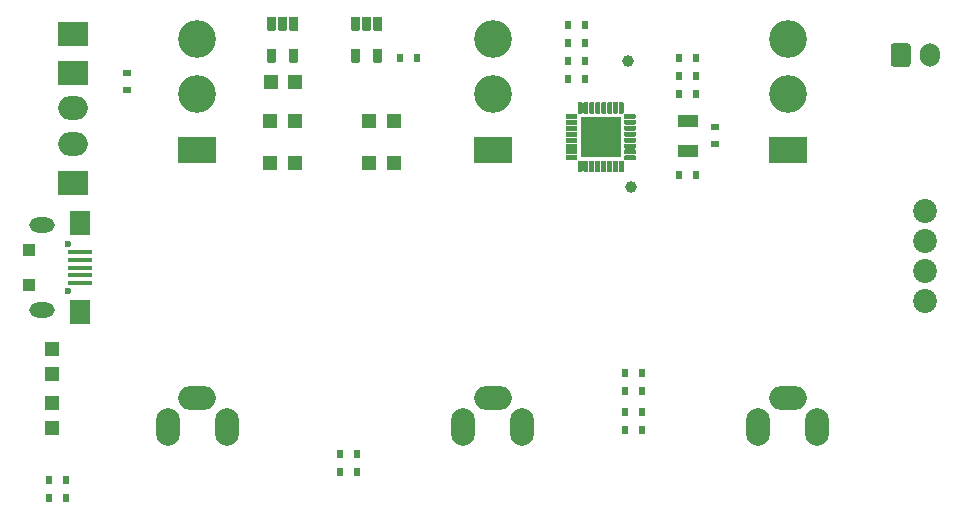
<source format=gbr>
G04 #@! TF.GenerationSoftware,KiCad,Pcbnew,(5.1.9-0-10_14)*
G04 #@! TF.CreationDate,2021-03-02T11:33:06+01:00*
G04 #@! TF.ProjectId,ledTruck,6c656454-7275-4636-9b2e-6b696361645f,rev?*
G04 #@! TF.SameCoordinates,Original*
G04 #@! TF.FileFunction,Soldermask,Top*
G04 #@! TF.FilePolarity,Negative*
%FSLAX46Y46*%
G04 Gerber Fmt 4.6, Leading zero omitted, Abs format (unit mm)*
G04 Created by KiCad (PCBNEW (5.1.9-0-10_14)) date 2021-03-02 11:33:06*
%MOMM*%
%LPD*%
G01*
G04 APERTURE LIST*
%ADD10R,0.800000X0.600000*%
%ADD11R,2.500000X2.000000*%
%ADD12O,2.500000X2.000000*%
%ADD13C,0.400000*%
%ADD14R,3.450000X3.450000*%
%ADD15O,2.000000X3.200000*%
%ADD16O,3.200000X2.000000*%
%ADD17R,0.600000X0.800000*%
%ADD18R,1.200000X1.200000*%
%ADD19O,1.700000X2.000000*%
%ADD20C,2.020000*%
%ADD21C,1.000000*%
%ADD22R,2.150000X0.400000*%
%ADD23R,1.000000X1.000000*%
%ADD24C,0.600000*%
%ADD25O,2.150000X1.300000*%
%ADD26R,1.800000X2.000000*%
%ADD27R,1.800000X1.000000*%
%ADD28C,3.200000*%
%ADD29R,3.200000X2.300000*%
G04 APERTURE END LIST*
G36*
G01*
X128574000Y-74833000D02*
X128574000Y-75883000D01*
G75*
G02*
X128504000Y-75953000I-70000J0D01*
G01*
X127904000Y-75953000D01*
G75*
G02*
X127834000Y-75883000I0J70000D01*
G01*
X127834000Y-74833000D01*
G75*
G02*
X127904000Y-74763000I70000J0D01*
G01*
X128504000Y-74763000D01*
G75*
G02*
X128574000Y-74833000I0J-70000D01*
G01*
G37*
G36*
G01*
X127624000Y-74833000D02*
X127624000Y-75883000D01*
G75*
G02*
X127554000Y-75953000I-70000J0D01*
G01*
X126954000Y-75953000D01*
G75*
G02*
X126884000Y-75883000I0J70000D01*
G01*
X126884000Y-74833000D01*
G75*
G02*
X126954000Y-74763000I70000J0D01*
G01*
X127554000Y-74763000D01*
G75*
G02*
X127624000Y-74833000I0J-70000D01*
G01*
G37*
G36*
G01*
X126674000Y-74833000D02*
X126674000Y-75883000D01*
G75*
G02*
X126604000Y-75953000I-70000J0D01*
G01*
X126004000Y-75953000D01*
G75*
G02*
X125934000Y-75883000I0J70000D01*
G01*
X125934000Y-74833000D01*
G75*
G02*
X126004000Y-74763000I70000J0D01*
G01*
X126604000Y-74763000D01*
G75*
G02*
X126674000Y-74833000I0J-70000D01*
G01*
G37*
G36*
G01*
X126674000Y-77533000D02*
X126674000Y-78583000D01*
G75*
G02*
X126604000Y-78653000I-70000J0D01*
G01*
X126004000Y-78653000D01*
G75*
G02*
X125934000Y-78583000I0J70000D01*
G01*
X125934000Y-77533000D01*
G75*
G02*
X126004000Y-77463000I70000J0D01*
G01*
X126604000Y-77463000D01*
G75*
G02*
X126674000Y-77533000I0J-70000D01*
G01*
G37*
G36*
G01*
X128574000Y-77533000D02*
X128574000Y-78583000D01*
G75*
G02*
X128504000Y-78653000I-70000J0D01*
G01*
X127904000Y-78653000D01*
G75*
G02*
X127834000Y-78583000I0J70000D01*
G01*
X127834000Y-77533000D01*
G75*
G02*
X127904000Y-77463000I70000J0D01*
G01*
X128504000Y-77463000D01*
G75*
G02*
X128574000Y-77533000I0J-70000D01*
G01*
G37*
D10*
X114046000Y-79564000D03*
X114046000Y-80964000D03*
D11*
X109474000Y-88812000D03*
X109474000Y-76212000D03*
D12*
X109474000Y-85512000D03*
X109474000Y-82512000D03*
D11*
X109474000Y-79512000D03*
G36*
G01*
X156080000Y-87932000D02*
X155800000Y-87932000D01*
G75*
G02*
X155730000Y-87862000I0J70000D01*
G01*
X155730000Y-87012000D01*
G75*
G02*
X155800000Y-86942000I70000J0D01*
G01*
X156080000Y-86942000D01*
G75*
G02*
X156150000Y-87012000I0J-70000D01*
G01*
X156150000Y-87862000D01*
G75*
G02*
X156080000Y-87932000I-70000J0D01*
G01*
G37*
G36*
G01*
X155580000Y-87932000D02*
X155300000Y-87932000D01*
G75*
G02*
X155230000Y-87862000I0J70000D01*
G01*
X155230000Y-87012000D01*
G75*
G02*
X155300000Y-86942000I70000J0D01*
G01*
X155580000Y-86942000D01*
G75*
G02*
X155650000Y-87012000I0J-70000D01*
G01*
X155650000Y-87862000D01*
G75*
G02*
X155580000Y-87932000I-70000J0D01*
G01*
G37*
G36*
G01*
X155080000Y-87932000D02*
X154800000Y-87932000D01*
G75*
G02*
X154730000Y-87862000I0J70000D01*
G01*
X154730000Y-87012000D01*
G75*
G02*
X154800000Y-86942000I70000J0D01*
G01*
X155080000Y-86942000D01*
G75*
G02*
X155150000Y-87012000I0J-70000D01*
G01*
X155150000Y-87862000D01*
G75*
G02*
X155080000Y-87932000I-70000J0D01*
G01*
G37*
G36*
G01*
X154580000Y-87932000D02*
X154300000Y-87932000D01*
G75*
G02*
X154230000Y-87862000I0J70000D01*
G01*
X154230000Y-87012000D01*
G75*
G02*
X154300000Y-86942000I70000J0D01*
G01*
X154580000Y-86942000D01*
G75*
G02*
X154650000Y-87012000I0J-70000D01*
G01*
X154650000Y-87862000D01*
G75*
G02*
X154580000Y-87932000I-70000J0D01*
G01*
G37*
G36*
G01*
X154080000Y-87932000D02*
X153800000Y-87932000D01*
G75*
G02*
X153730000Y-87862000I0J70000D01*
G01*
X153730000Y-87012000D01*
G75*
G02*
X153800000Y-86942000I70000J0D01*
G01*
X154080000Y-86942000D01*
G75*
G02*
X154150000Y-87012000I0J-70000D01*
G01*
X154150000Y-87862000D01*
G75*
G02*
X154080000Y-87932000I-70000J0D01*
G01*
G37*
G36*
G01*
X153580000Y-87932000D02*
X153300000Y-87932000D01*
G75*
G02*
X153230000Y-87862000I0J70000D01*
G01*
X153230000Y-87012000D01*
G75*
G02*
X153300000Y-86942000I70000J0D01*
G01*
X153580000Y-86942000D01*
G75*
G02*
X153650000Y-87012000I0J-70000D01*
G01*
X153650000Y-87862000D01*
G75*
G02*
X153580000Y-87932000I-70000J0D01*
G01*
G37*
G36*
G01*
X153080000Y-87932000D02*
X152800000Y-87932000D01*
G75*
G02*
X152730000Y-87862000I0J70000D01*
G01*
X152730000Y-87012000D01*
G75*
G02*
X152800000Y-86942000I70000J0D01*
G01*
X153080000Y-86942000D01*
G75*
G02*
X153150000Y-87012000I0J-70000D01*
G01*
X153150000Y-87862000D01*
G75*
G02*
X153080000Y-87932000I-70000J0D01*
G01*
G37*
G36*
G01*
X152140000Y-86922000D02*
X151290000Y-86922000D01*
G75*
G02*
X151220000Y-86852000I0J70000D01*
G01*
X151220000Y-86572000D01*
G75*
G02*
X151290000Y-86502000I70000J0D01*
G01*
X152140000Y-86502000D01*
G75*
G02*
X152210000Y-86572000I0J-70000D01*
G01*
X152210000Y-86852000D01*
G75*
G02*
X152140000Y-86922000I-70000J0D01*
G01*
G37*
G36*
G01*
X152140000Y-86422000D02*
X151290000Y-86422000D01*
G75*
G02*
X151220000Y-86352000I0J70000D01*
G01*
X151220000Y-86072000D01*
G75*
G02*
X151290000Y-86002000I70000J0D01*
G01*
X152140000Y-86002000D01*
G75*
G02*
X152210000Y-86072000I0J-70000D01*
G01*
X152210000Y-86352000D01*
G75*
G02*
X152140000Y-86422000I-70000J0D01*
G01*
G37*
G36*
G01*
X152140000Y-85922000D02*
X151290000Y-85922000D01*
G75*
G02*
X151220000Y-85852000I0J70000D01*
G01*
X151220000Y-85572000D01*
G75*
G02*
X151290000Y-85502000I70000J0D01*
G01*
X152140000Y-85502000D01*
G75*
G02*
X152210000Y-85572000I0J-70000D01*
G01*
X152210000Y-85852000D01*
G75*
G02*
X152140000Y-85922000I-70000J0D01*
G01*
G37*
G36*
G01*
X152140000Y-85422000D02*
X151290000Y-85422000D01*
G75*
G02*
X151220000Y-85352000I0J70000D01*
G01*
X151220000Y-85072000D01*
G75*
G02*
X151290000Y-85002000I70000J0D01*
G01*
X152140000Y-85002000D01*
G75*
G02*
X152210000Y-85072000I0J-70000D01*
G01*
X152210000Y-85352000D01*
G75*
G02*
X152140000Y-85422000I-70000J0D01*
G01*
G37*
G36*
G01*
X152140000Y-84922000D02*
X151290000Y-84922000D01*
G75*
G02*
X151220000Y-84852000I0J70000D01*
G01*
X151220000Y-84572000D01*
G75*
G02*
X151290000Y-84502000I70000J0D01*
G01*
X152140000Y-84502000D01*
G75*
G02*
X152210000Y-84572000I0J-70000D01*
G01*
X152210000Y-84852000D01*
G75*
G02*
X152140000Y-84922000I-70000J0D01*
G01*
G37*
G36*
G01*
X152140000Y-84422000D02*
X151290000Y-84422000D01*
G75*
G02*
X151220000Y-84352000I0J70000D01*
G01*
X151220000Y-84072000D01*
G75*
G02*
X151290000Y-84002000I70000J0D01*
G01*
X152140000Y-84002000D01*
G75*
G02*
X152210000Y-84072000I0J-70000D01*
G01*
X152210000Y-84352000D01*
G75*
G02*
X152140000Y-84422000I-70000J0D01*
G01*
G37*
G36*
G01*
X152140000Y-83922000D02*
X151290000Y-83922000D01*
G75*
G02*
X151220000Y-83852000I0J70000D01*
G01*
X151220000Y-83572000D01*
G75*
G02*
X151290000Y-83502000I70000J0D01*
G01*
X152140000Y-83502000D01*
G75*
G02*
X152210000Y-83572000I0J-70000D01*
G01*
X152210000Y-83852000D01*
G75*
G02*
X152140000Y-83922000I-70000J0D01*
G01*
G37*
G36*
G01*
X152580000Y-82982000D02*
X152300000Y-82982000D01*
G75*
G02*
X152230000Y-82912000I0J70000D01*
G01*
X152230000Y-82062000D01*
G75*
G02*
X152300000Y-81992000I70000J0D01*
G01*
X152580000Y-81992000D01*
G75*
G02*
X152650000Y-82062000I0J-70000D01*
G01*
X152650000Y-82912000D01*
G75*
G02*
X152580000Y-82982000I-70000J0D01*
G01*
G37*
G36*
G01*
X153080000Y-82982000D02*
X152800000Y-82982000D01*
G75*
G02*
X152730000Y-82912000I0J70000D01*
G01*
X152730000Y-82062000D01*
G75*
G02*
X152800000Y-81992000I70000J0D01*
G01*
X153080000Y-81992000D01*
G75*
G02*
X153150000Y-82062000I0J-70000D01*
G01*
X153150000Y-82912000D01*
G75*
G02*
X153080000Y-82982000I-70000J0D01*
G01*
G37*
G36*
G01*
X153580000Y-82982000D02*
X153300000Y-82982000D01*
G75*
G02*
X153230000Y-82912000I0J70000D01*
G01*
X153230000Y-82062000D01*
G75*
G02*
X153300000Y-81992000I70000J0D01*
G01*
X153580000Y-81992000D01*
G75*
G02*
X153650000Y-82062000I0J-70000D01*
G01*
X153650000Y-82912000D01*
G75*
G02*
X153580000Y-82982000I-70000J0D01*
G01*
G37*
G36*
G01*
X154080000Y-82982000D02*
X153800000Y-82982000D01*
G75*
G02*
X153730000Y-82912000I0J70000D01*
G01*
X153730000Y-82062000D01*
G75*
G02*
X153800000Y-81992000I70000J0D01*
G01*
X154080000Y-81992000D01*
G75*
G02*
X154150000Y-82062000I0J-70000D01*
G01*
X154150000Y-82912000D01*
G75*
G02*
X154080000Y-82982000I-70000J0D01*
G01*
G37*
G36*
G01*
X154580000Y-82982000D02*
X154300000Y-82982000D01*
G75*
G02*
X154230000Y-82912000I0J70000D01*
G01*
X154230000Y-82062000D01*
G75*
G02*
X154300000Y-81992000I70000J0D01*
G01*
X154580000Y-81992000D01*
G75*
G02*
X154650000Y-82062000I0J-70000D01*
G01*
X154650000Y-82912000D01*
G75*
G02*
X154580000Y-82982000I-70000J0D01*
G01*
G37*
G36*
G01*
X155080000Y-82982000D02*
X154800000Y-82982000D01*
G75*
G02*
X154730000Y-82912000I0J70000D01*
G01*
X154730000Y-82062000D01*
G75*
G02*
X154800000Y-81992000I70000J0D01*
G01*
X155080000Y-81992000D01*
G75*
G02*
X155150000Y-82062000I0J-70000D01*
G01*
X155150000Y-82912000D01*
G75*
G02*
X155080000Y-82982000I-70000J0D01*
G01*
G37*
G36*
G01*
X155580000Y-82982000D02*
X155300000Y-82982000D01*
G75*
G02*
X155230000Y-82912000I0J70000D01*
G01*
X155230000Y-82062000D01*
G75*
G02*
X155300000Y-81992000I70000J0D01*
G01*
X155580000Y-81992000D01*
G75*
G02*
X155650000Y-82062000I0J-70000D01*
G01*
X155650000Y-82912000D01*
G75*
G02*
X155580000Y-82982000I-70000J0D01*
G01*
G37*
G36*
G01*
X157090000Y-83422000D02*
X156240000Y-83422000D01*
G75*
G02*
X156170000Y-83352000I0J70000D01*
G01*
X156170000Y-83072000D01*
G75*
G02*
X156240000Y-83002000I70000J0D01*
G01*
X157090000Y-83002000D01*
G75*
G02*
X157160000Y-83072000I0J-70000D01*
G01*
X157160000Y-83352000D01*
G75*
G02*
X157090000Y-83422000I-70000J0D01*
G01*
G37*
G36*
G01*
X157090000Y-83922000D02*
X156240000Y-83922000D01*
G75*
G02*
X156170000Y-83852000I0J70000D01*
G01*
X156170000Y-83572000D01*
G75*
G02*
X156240000Y-83502000I70000J0D01*
G01*
X157090000Y-83502000D01*
G75*
G02*
X157160000Y-83572000I0J-70000D01*
G01*
X157160000Y-83852000D01*
G75*
G02*
X157090000Y-83922000I-70000J0D01*
G01*
G37*
G36*
G01*
X157090000Y-84422000D02*
X156240000Y-84422000D01*
G75*
G02*
X156170000Y-84352000I0J70000D01*
G01*
X156170000Y-84072000D01*
G75*
G02*
X156240000Y-84002000I70000J0D01*
G01*
X157090000Y-84002000D01*
G75*
G02*
X157160000Y-84072000I0J-70000D01*
G01*
X157160000Y-84352000D01*
G75*
G02*
X157090000Y-84422000I-70000J0D01*
G01*
G37*
G36*
G01*
X157090000Y-84922000D02*
X156240000Y-84922000D01*
G75*
G02*
X156170000Y-84852000I0J70000D01*
G01*
X156170000Y-84572000D01*
G75*
G02*
X156240000Y-84502000I70000J0D01*
G01*
X157090000Y-84502000D01*
G75*
G02*
X157160000Y-84572000I0J-70000D01*
G01*
X157160000Y-84852000D01*
G75*
G02*
X157090000Y-84922000I-70000J0D01*
G01*
G37*
G36*
G01*
X157090000Y-85422000D02*
X156240000Y-85422000D01*
G75*
G02*
X156170000Y-85352000I0J70000D01*
G01*
X156170000Y-85072000D01*
G75*
G02*
X156240000Y-85002000I70000J0D01*
G01*
X157090000Y-85002000D01*
G75*
G02*
X157160000Y-85072000I0J-70000D01*
G01*
X157160000Y-85352000D01*
G75*
G02*
X157090000Y-85422000I-70000J0D01*
G01*
G37*
G36*
G01*
X157090000Y-85922000D02*
X156240000Y-85922000D01*
G75*
G02*
X156170000Y-85852000I0J70000D01*
G01*
X156170000Y-85572000D01*
G75*
G02*
X156240000Y-85502000I70000J0D01*
G01*
X157090000Y-85502000D01*
G75*
G02*
X157160000Y-85572000I0J-70000D01*
G01*
X157160000Y-85852000D01*
G75*
G02*
X157090000Y-85922000I-70000J0D01*
G01*
G37*
G36*
G01*
X157090000Y-86422000D02*
X156240000Y-86422000D01*
G75*
G02*
X156170000Y-86352000I0J70000D01*
G01*
X156170000Y-86072000D01*
G75*
G02*
X156240000Y-86002000I70000J0D01*
G01*
X157090000Y-86002000D01*
G75*
G02*
X157160000Y-86072000I0J-70000D01*
G01*
X157160000Y-86352000D01*
G75*
G02*
X157090000Y-86422000I-70000J0D01*
G01*
G37*
G36*
G01*
X157090000Y-86922000D02*
X156240000Y-86922000D01*
G75*
G02*
X156170000Y-86852000I0J70000D01*
G01*
X156170000Y-86572000D01*
G75*
G02*
X156240000Y-86502000I70000J0D01*
G01*
X157090000Y-86502000D01*
G75*
G02*
X157160000Y-86572000I0J-70000D01*
G01*
X157160000Y-86852000D01*
G75*
G02*
X157090000Y-86922000I-70000J0D01*
G01*
G37*
D13*
X155190000Y-83962000D03*
X155190000Y-84962000D03*
X155190000Y-85962000D03*
X154190000Y-83962000D03*
X154190000Y-84962000D03*
X154190000Y-85962000D03*
X153190000Y-83962000D03*
X153190000Y-84962000D03*
X153190000Y-85962000D03*
D14*
X154190000Y-84962000D03*
G36*
G01*
X156080000Y-82982000D02*
X155800000Y-82982000D01*
G75*
G02*
X155730000Y-82912000I0J70000D01*
G01*
X155730000Y-82062000D01*
G75*
G02*
X155800000Y-81992000I70000J0D01*
G01*
X156080000Y-81992000D01*
G75*
G02*
X156150000Y-82062000I0J-70000D01*
G01*
X156150000Y-82912000D01*
G75*
G02*
X156080000Y-82982000I-70000J0D01*
G01*
G37*
G36*
G01*
X152140000Y-83422000D02*
X151290000Y-83422000D01*
G75*
G02*
X151220000Y-83352000I0J70000D01*
G01*
X151220000Y-83072000D01*
G75*
G02*
X151290000Y-83002000I70000J0D01*
G01*
X152140000Y-83002000D01*
G75*
G02*
X152210000Y-83072000I0J-70000D01*
G01*
X152210000Y-83352000D01*
G75*
G02*
X152140000Y-83422000I-70000J0D01*
G01*
G37*
G36*
G01*
X152580000Y-87932000D02*
X152300000Y-87932000D01*
G75*
G02*
X152230000Y-87862000I0J70000D01*
G01*
X152230000Y-87012000D01*
G75*
G02*
X152300000Y-86942000I70000J0D01*
G01*
X152580000Y-86942000D01*
G75*
G02*
X152650000Y-87012000I0J-70000D01*
G01*
X152650000Y-87862000D01*
G75*
G02*
X152580000Y-87932000I-70000J0D01*
G01*
G37*
D15*
X172534000Y-109512000D03*
X167534000Y-109512000D03*
D16*
X170034000Y-107012000D03*
D15*
X147534000Y-109512000D03*
X142534000Y-109512000D03*
D16*
X145034000Y-107012000D03*
D15*
X122534000Y-109512000D03*
X117534000Y-109512000D03*
D16*
X120034000Y-107012000D03*
D17*
X160844000Y-88138000D03*
X162244000Y-88138000D03*
X160844000Y-81280000D03*
X162244000Y-81280000D03*
X152846000Y-75464000D03*
X151446000Y-75464000D03*
X152846000Y-76962000D03*
X151446000Y-76962000D03*
X152846000Y-78486000D03*
X151446000Y-78486000D03*
D18*
X107692880Y-102912000D03*
X107692880Y-105012000D03*
X107692880Y-107462000D03*
X107692880Y-109562000D03*
D19*
X182078000Y-78012000D03*
G36*
G01*
X178728000Y-78762000D02*
X178728000Y-77262000D01*
G75*
G02*
X178978000Y-77012000I250000J0D01*
G01*
X180178000Y-77012000D01*
G75*
G02*
X180428000Y-77262000I0J-250000D01*
G01*
X180428000Y-78762000D01*
G75*
G02*
X180178000Y-79012000I-250000J0D01*
G01*
X178978000Y-79012000D01*
G75*
G02*
X178728000Y-78762000I0J250000D01*
G01*
G37*
D20*
X181620160Y-91183460D03*
X181620160Y-93723460D03*
X181620160Y-96263460D03*
X181620160Y-98803460D03*
D18*
X128338000Y-80264000D03*
X126238000Y-80264000D03*
D17*
X132128000Y-111760000D03*
X133528000Y-111760000D03*
X157672000Y-104902000D03*
X156272000Y-104902000D03*
X157672000Y-108204000D03*
X156272000Y-108204000D03*
X132142000Y-113284000D03*
X133542000Y-113284000D03*
X156272000Y-106426000D03*
X157672000Y-106426000D03*
X157672000Y-109728000D03*
X156272000Y-109728000D03*
X137222000Y-78232000D03*
X138622000Y-78232000D03*
D10*
X163830000Y-85536000D03*
X163830000Y-84136000D03*
D17*
X151446000Y-80010000D03*
X152846000Y-80010000D03*
X107492880Y-115512000D03*
X108892880Y-115512000D03*
X107492880Y-114012000D03*
X108892880Y-114012000D03*
X162244000Y-78232000D03*
X160844000Y-78232000D03*
X160844000Y-79756000D03*
X162244000Y-79756000D03*
G36*
G01*
X135686000Y-74833000D02*
X135686000Y-75883000D01*
G75*
G02*
X135616000Y-75953000I-70000J0D01*
G01*
X135016000Y-75953000D01*
G75*
G02*
X134946000Y-75883000I0J70000D01*
G01*
X134946000Y-74833000D01*
G75*
G02*
X135016000Y-74763000I70000J0D01*
G01*
X135616000Y-74763000D01*
G75*
G02*
X135686000Y-74833000I0J-70000D01*
G01*
G37*
G36*
G01*
X134736000Y-74833000D02*
X134736000Y-75883000D01*
G75*
G02*
X134666000Y-75953000I-70000J0D01*
G01*
X134066000Y-75953000D01*
G75*
G02*
X133996000Y-75883000I0J70000D01*
G01*
X133996000Y-74833000D01*
G75*
G02*
X134066000Y-74763000I70000J0D01*
G01*
X134666000Y-74763000D01*
G75*
G02*
X134736000Y-74833000I0J-70000D01*
G01*
G37*
G36*
G01*
X133786000Y-74833000D02*
X133786000Y-75883000D01*
G75*
G02*
X133716000Y-75953000I-70000J0D01*
G01*
X133116000Y-75953000D01*
G75*
G02*
X133046000Y-75883000I0J70000D01*
G01*
X133046000Y-74833000D01*
G75*
G02*
X133116000Y-74763000I70000J0D01*
G01*
X133716000Y-74763000D01*
G75*
G02*
X133786000Y-74833000I0J-70000D01*
G01*
G37*
G36*
G01*
X133786000Y-77533000D02*
X133786000Y-78583000D01*
G75*
G02*
X133716000Y-78653000I-70000J0D01*
G01*
X133116000Y-78653000D01*
G75*
G02*
X133046000Y-78583000I0J70000D01*
G01*
X133046000Y-77533000D01*
G75*
G02*
X133116000Y-77463000I70000J0D01*
G01*
X133716000Y-77463000D01*
G75*
G02*
X133786000Y-77533000I0J-70000D01*
G01*
G37*
G36*
G01*
X135686000Y-77533000D02*
X135686000Y-78583000D01*
G75*
G02*
X135616000Y-78653000I-70000J0D01*
G01*
X135016000Y-78653000D01*
G75*
G02*
X134946000Y-78583000I0J70000D01*
G01*
X134946000Y-77533000D01*
G75*
G02*
X135016000Y-77463000I70000J0D01*
G01*
X135616000Y-77463000D01*
G75*
G02*
X135686000Y-77533000I0J-70000D01*
G01*
G37*
D18*
X134586000Y-87122000D03*
X136686000Y-87122000D03*
X126204000Y-83566000D03*
X128304000Y-83566000D03*
X134586000Y-83566000D03*
X136686000Y-83566000D03*
X126204000Y-87122000D03*
X128304000Y-87122000D03*
D21*
X156464000Y-78486000D03*
X156718000Y-89194000D03*
D22*
X110081300Y-97304380D03*
X110081300Y-96654380D03*
X110081300Y-96004380D03*
X110081300Y-95354380D03*
D23*
X105771300Y-97504380D03*
D24*
X109071300Y-98004380D03*
X109071300Y-94004380D03*
D25*
X106921300Y-99604380D03*
D26*
X110081300Y-99804380D03*
D25*
X106921300Y-92404380D03*
D26*
X110081300Y-92204380D03*
D22*
X110081300Y-94704380D03*
D23*
X105771300Y-94504380D03*
D27*
X161544000Y-83606000D03*
X161544000Y-86106000D03*
D28*
X120034000Y-76612000D03*
X120034000Y-81312000D03*
D29*
X120034000Y-86012000D03*
D28*
X145034000Y-76612000D03*
X145034000Y-81312000D03*
D29*
X145034000Y-86012000D03*
D28*
X170034000Y-76612000D03*
X170034000Y-81312000D03*
D29*
X170034000Y-86012000D03*
M02*

</source>
